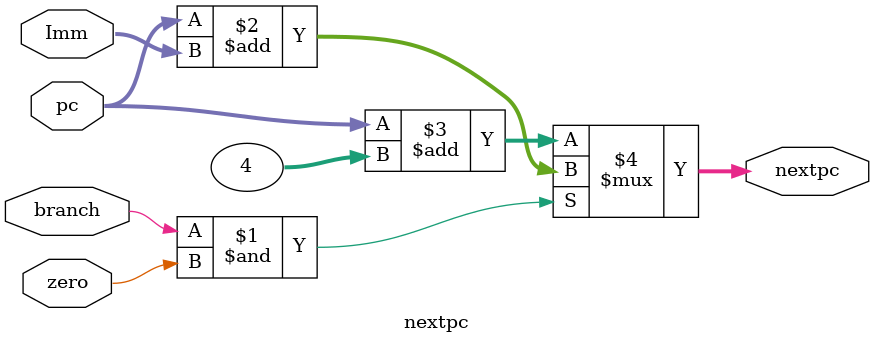
<source format=v>
module nextpc (
    input zero,
    input branch,
    input [31:0] Imm,
    input [31:0] pc,
    output [31:0] nextpc
);

    assign nextpc = (branch & zero) ? (pc + Imm) : (pc + 4);
    
endmodule
</source>
